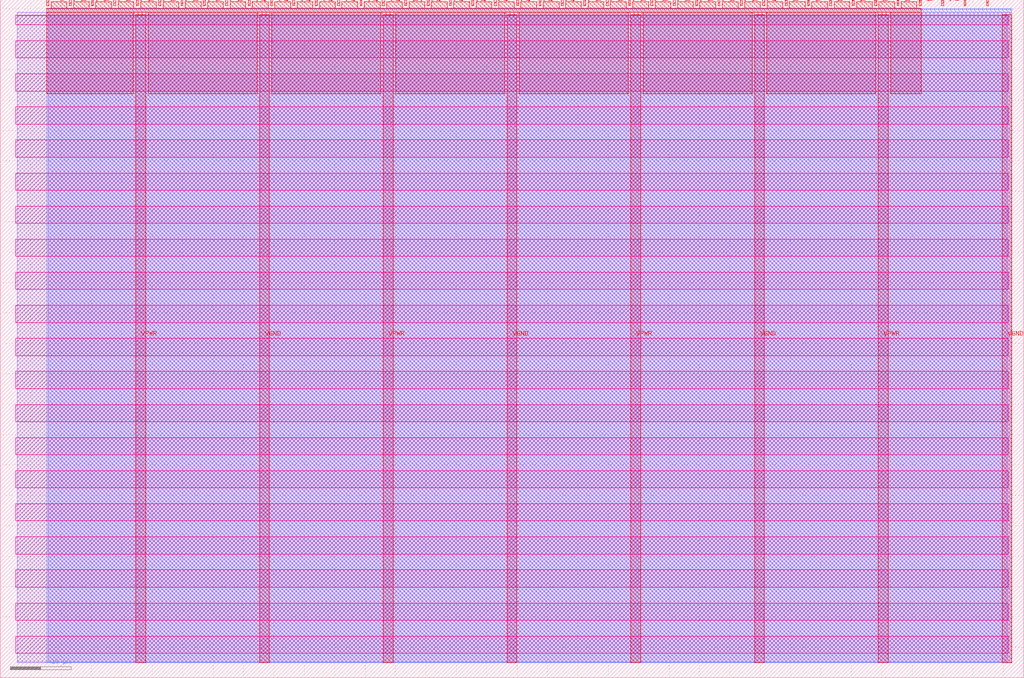
<source format=lef>
VERSION 5.7 ;
  NOWIREEXTENSIONATPIN ON ;
  DIVIDERCHAR "/" ;
  BUSBITCHARS "[]" ;
MACRO tt_um_loopback
  CLASS BLOCK ;
  FOREIGN tt_um_loopback ;
  ORIGIN 0.000 0.000 ;
  SIZE 168.360 BY 111.520 ;
  PIN VGND
    DIRECTION INOUT ;
    USE GROUND ;
    PORT
      LAYER met4 ;
        RECT 42.670 2.480 44.270 109.040 ;
    END
    PORT
      LAYER met4 ;
        RECT 83.380 2.480 84.980 109.040 ;
    END
    PORT
      LAYER met4 ;
        RECT 124.090 2.480 125.690 109.040 ;
    END
    PORT
      LAYER met4 ;
        RECT 164.800 2.480 166.400 109.040 ;
    END
  END VGND
  PIN VPWR
    DIRECTION INOUT ;
    USE POWER ;
    PORT
      LAYER met4 ;
        RECT 22.315 2.480 23.915 109.040 ;
    END
    PORT
      LAYER met4 ;
        RECT 63.025 2.480 64.625 109.040 ;
    END
    PORT
      LAYER met4 ;
        RECT 103.735 2.480 105.335 109.040 ;
    END
    PORT
      LAYER met4 ;
        RECT 144.445 2.480 146.045 109.040 ;
    END
  END VPWR
  PIN clk
    DIRECTION INPUT ;
    USE SIGNAL ;
    PORT
      LAYER met4 ;
        RECT 158.550 110.520 158.850 111.520 ;
    END
  END clk
  PIN ena
    DIRECTION INPUT ;
    USE SIGNAL ;
    PORT
      LAYER met4 ;
        RECT 162.230 110.520 162.530 111.520 ;
    END
  END ena
  PIN rst_n
    DIRECTION INPUT ;
    USE SIGNAL ;
    PORT
      LAYER met4 ;
        RECT 154.870 110.520 155.170 111.520 ;
    END
  END rst_n
  PIN ui_in[0]
    DIRECTION INPUT ;
    USE SIGNAL ;
    ANTENNAGATEAREA 0.213000 ;
    PORT
      LAYER met4 ;
        RECT 151.190 110.520 151.490 111.520 ;
    END
  END ui_in[0]
  PIN ui_in[1]
    DIRECTION INPUT ;
    USE SIGNAL ;
    PORT
      LAYER met4 ;
        RECT 147.510 110.520 147.810 111.520 ;
    END
  END ui_in[1]
  PIN ui_in[2]
    DIRECTION INPUT ;
    USE SIGNAL ;
    PORT
      LAYER met4 ;
        RECT 143.830 110.520 144.130 111.520 ;
    END
  END ui_in[2]
  PIN ui_in[3]
    DIRECTION INPUT ;
    USE SIGNAL ;
    PORT
      LAYER met4 ;
        RECT 140.150 110.520 140.450 111.520 ;
    END
  END ui_in[3]
  PIN ui_in[4]
    DIRECTION INPUT ;
    USE SIGNAL ;
    ANTENNAGATEAREA 0.196500 ;
    PORT
      LAYER met4 ;
        RECT 136.470 110.520 136.770 111.520 ;
    END
  END ui_in[4]
  PIN ui_in[5]
    DIRECTION INPUT ;
    USE SIGNAL ;
    ANTENNAGATEAREA 0.196500 ;
    PORT
      LAYER met4 ;
        RECT 132.790 110.520 133.090 111.520 ;
    END
  END ui_in[5]
  PIN ui_in[6]
    DIRECTION INPUT ;
    USE SIGNAL ;
    ANTENNAGATEAREA 0.196500 ;
    PORT
      LAYER met4 ;
        RECT 129.110 110.520 129.410 111.520 ;
    END
  END ui_in[6]
  PIN ui_in[7]
    DIRECTION INPUT ;
    USE SIGNAL ;
    ANTENNAGATEAREA 0.196500 ;
    PORT
      LAYER met4 ;
        RECT 125.430 110.520 125.730 111.520 ;
    END
  END ui_in[7]
  PIN uio_in[0]
    DIRECTION INPUT ;
    USE SIGNAL ;
    PORT
      LAYER met4 ;
        RECT 121.750 110.520 122.050 111.520 ;
    END
  END uio_in[0]
  PIN uio_in[1]
    DIRECTION INPUT ;
    USE SIGNAL ;
    PORT
      LAYER met4 ;
        RECT 118.070 110.520 118.370 111.520 ;
    END
  END uio_in[1]
  PIN uio_in[2]
    DIRECTION INPUT ;
    USE SIGNAL ;
    PORT
      LAYER met4 ;
        RECT 114.390 110.520 114.690 111.520 ;
    END
  END uio_in[2]
  PIN uio_in[3]
    DIRECTION INPUT ;
    USE SIGNAL ;
    PORT
      LAYER met4 ;
        RECT 110.710 110.520 111.010 111.520 ;
    END
  END uio_in[3]
  PIN uio_in[4]
    DIRECTION INPUT ;
    USE SIGNAL ;
    PORT
      LAYER met4 ;
        RECT 107.030 110.520 107.330 111.520 ;
    END
  END uio_in[4]
  PIN uio_in[5]
    DIRECTION INPUT ;
    USE SIGNAL ;
    PORT
      LAYER met4 ;
        RECT 103.350 110.520 103.650 111.520 ;
    END
  END uio_in[5]
  PIN uio_in[6]
    DIRECTION INPUT ;
    USE SIGNAL ;
    PORT
      LAYER met4 ;
        RECT 99.670 110.520 99.970 111.520 ;
    END
  END uio_in[6]
  PIN uio_in[7]
    DIRECTION INPUT ;
    USE SIGNAL ;
    PORT
      LAYER met4 ;
        RECT 95.990 110.520 96.290 111.520 ;
    END
  END uio_in[7]
  PIN uio_oe[0]
    DIRECTION OUTPUT TRISTATE ;
    USE SIGNAL ;
    PORT
      LAYER met4 ;
        RECT 33.430 110.520 33.730 111.520 ;
    END
  END uio_oe[0]
  PIN uio_oe[1]
    DIRECTION OUTPUT TRISTATE ;
    USE SIGNAL ;
    PORT
      LAYER met4 ;
        RECT 29.750 110.520 30.050 111.520 ;
    END
  END uio_oe[1]
  PIN uio_oe[2]
    DIRECTION OUTPUT TRISTATE ;
    USE SIGNAL ;
    PORT
      LAYER met4 ;
        RECT 26.070 110.520 26.370 111.520 ;
    END
  END uio_oe[2]
  PIN uio_oe[3]
    DIRECTION OUTPUT TRISTATE ;
    USE SIGNAL ;
    PORT
      LAYER met4 ;
        RECT 22.390 110.520 22.690 111.520 ;
    END
  END uio_oe[3]
  PIN uio_oe[4]
    DIRECTION OUTPUT TRISTATE ;
    USE SIGNAL ;
    PORT
      LAYER met4 ;
        RECT 18.710 110.520 19.010 111.520 ;
    END
  END uio_oe[4]
  PIN uio_oe[5]
    DIRECTION OUTPUT TRISTATE ;
    USE SIGNAL ;
    PORT
      LAYER met4 ;
        RECT 15.030 110.520 15.330 111.520 ;
    END
  END uio_oe[5]
  PIN uio_oe[6]
    DIRECTION OUTPUT TRISTATE ;
    USE SIGNAL ;
    PORT
      LAYER met4 ;
        RECT 11.350 110.520 11.650 111.520 ;
    END
  END uio_oe[6]
  PIN uio_oe[7]
    DIRECTION OUTPUT TRISTATE ;
    USE SIGNAL ;
    PORT
      LAYER met4 ;
        RECT 7.670 110.520 7.970 111.520 ;
    END
  END uio_oe[7]
  PIN uio_out[0]
    DIRECTION OUTPUT TRISTATE ;
    USE SIGNAL ;
    PORT
      LAYER met4 ;
        RECT 62.870 110.520 63.170 111.520 ;
    END
  END uio_out[0]
  PIN uio_out[1]
    DIRECTION OUTPUT TRISTATE ;
    USE SIGNAL ;
    PORT
      LAYER met4 ;
        RECT 59.190 110.520 59.490 111.520 ;
    END
  END uio_out[1]
  PIN uio_out[2]
    DIRECTION OUTPUT TRISTATE ;
    USE SIGNAL ;
    PORT
      LAYER met4 ;
        RECT 55.510 110.520 55.810 111.520 ;
    END
  END uio_out[2]
  PIN uio_out[3]
    DIRECTION OUTPUT TRISTATE ;
    USE SIGNAL ;
    PORT
      LAYER met4 ;
        RECT 51.830 110.520 52.130 111.520 ;
    END
  END uio_out[3]
  PIN uio_out[4]
    DIRECTION OUTPUT TRISTATE ;
    USE SIGNAL ;
    PORT
      LAYER met4 ;
        RECT 48.150 110.520 48.450 111.520 ;
    END
  END uio_out[4]
  PIN uio_out[5]
    DIRECTION OUTPUT TRISTATE ;
    USE SIGNAL ;
    PORT
      LAYER met4 ;
        RECT 44.470 110.520 44.770 111.520 ;
    END
  END uio_out[5]
  PIN uio_out[6]
    DIRECTION OUTPUT TRISTATE ;
    USE SIGNAL ;
    PORT
      LAYER met4 ;
        RECT 40.790 110.520 41.090 111.520 ;
    END
  END uio_out[6]
  PIN uio_out[7]
    DIRECTION OUTPUT TRISTATE ;
    USE SIGNAL ;
    PORT
      LAYER met4 ;
        RECT 37.110 110.520 37.410 111.520 ;
    END
  END uio_out[7]
  PIN uo_out[0]
    DIRECTION OUTPUT TRISTATE ;
    USE SIGNAL ;
    ANTENNADIFFAREA 0.445500 ;
    PORT
      LAYER met4 ;
        RECT 92.310 110.520 92.610 111.520 ;
    END
  END uo_out[0]
  PIN uo_out[1]
    DIRECTION OUTPUT TRISTATE ;
    USE SIGNAL ;
    ANTENNADIFFAREA 0.445500 ;
    PORT
      LAYER met4 ;
        RECT 88.630 110.520 88.930 111.520 ;
    END
  END uo_out[1]
  PIN uo_out[2]
    DIRECTION OUTPUT TRISTATE ;
    USE SIGNAL ;
    ANTENNADIFFAREA 0.445500 ;
    PORT
      LAYER met4 ;
        RECT 84.950 110.520 85.250 111.520 ;
    END
  END uo_out[2]
  PIN uo_out[3]
    DIRECTION OUTPUT TRISTATE ;
    USE SIGNAL ;
    ANTENNADIFFAREA 0.445500 ;
    PORT
      LAYER met4 ;
        RECT 81.270 110.520 81.570 111.520 ;
    END
  END uo_out[3]
  PIN uo_out[4]
    DIRECTION OUTPUT TRISTATE ;
    USE SIGNAL ;
    ANTENNADIFFAREA 0.445500 ;
    PORT
      LAYER met4 ;
        RECT 77.590 110.520 77.890 111.520 ;
    END
  END uo_out[4]
  PIN uo_out[5]
    DIRECTION OUTPUT TRISTATE ;
    USE SIGNAL ;
    ANTENNADIFFAREA 0.445500 ;
    PORT
      LAYER met4 ;
        RECT 73.910 110.520 74.210 111.520 ;
    END
  END uo_out[5]
  PIN uo_out[6]
    DIRECTION OUTPUT TRISTATE ;
    USE SIGNAL ;
    ANTENNADIFFAREA 0.445500 ;
    PORT
      LAYER met4 ;
        RECT 70.230 110.520 70.530 111.520 ;
    END
  END uo_out[6]
  PIN uo_out[7]
    DIRECTION OUTPUT TRISTATE ;
    USE SIGNAL ;
    ANTENNADIFFAREA 0.795200 ;
    PORT
      LAYER met4 ;
        RECT 66.550 110.520 66.850 111.520 ;
    END
  END uo_out[7]
  OBS
      LAYER nwell ;
        RECT 2.570 107.385 165.790 108.990 ;
        RECT 2.570 101.945 165.790 104.775 ;
        RECT 2.570 96.505 165.790 99.335 ;
        RECT 2.570 91.065 165.790 93.895 ;
        RECT 2.570 85.625 165.790 88.455 ;
        RECT 2.570 80.185 165.790 83.015 ;
        RECT 2.570 74.745 165.790 77.575 ;
        RECT 2.570 69.305 165.790 72.135 ;
        RECT 2.570 63.865 165.790 66.695 ;
        RECT 2.570 58.425 165.790 61.255 ;
        RECT 2.570 52.985 165.790 55.815 ;
        RECT 2.570 47.545 165.790 50.375 ;
        RECT 2.570 42.105 165.790 44.935 ;
        RECT 2.570 36.665 165.790 39.495 ;
        RECT 2.570 31.225 165.790 34.055 ;
        RECT 2.570 25.785 165.790 28.615 ;
        RECT 2.570 20.345 165.790 23.175 ;
        RECT 2.570 14.905 165.790 17.735 ;
        RECT 2.570 9.465 165.790 12.295 ;
        RECT 2.570 4.025 165.790 6.855 ;
      LAYER li1 ;
        RECT 2.760 2.635 165.600 108.885 ;
      LAYER met1 ;
        RECT 2.760 2.480 166.400 109.440 ;
      LAYER met2 ;
        RECT 7.910 2.535 166.370 110.005 ;
      LAYER met3 ;
        RECT 7.630 2.555 166.390 109.985 ;
      LAYER met4 ;
        RECT 8.370 110.120 10.950 111.170 ;
        RECT 12.050 110.120 14.630 111.170 ;
        RECT 15.730 110.120 18.310 111.170 ;
        RECT 19.410 110.120 21.990 111.170 ;
        RECT 23.090 110.120 25.670 111.170 ;
        RECT 26.770 110.120 29.350 111.170 ;
        RECT 30.450 110.120 33.030 111.170 ;
        RECT 34.130 110.120 36.710 111.170 ;
        RECT 37.810 110.120 40.390 111.170 ;
        RECT 41.490 110.120 44.070 111.170 ;
        RECT 45.170 110.120 47.750 111.170 ;
        RECT 48.850 110.120 51.430 111.170 ;
        RECT 52.530 110.120 55.110 111.170 ;
        RECT 56.210 110.120 58.790 111.170 ;
        RECT 59.890 110.120 62.470 111.170 ;
        RECT 63.570 110.120 66.150 111.170 ;
        RECT 67.250 110.120 69.830 111.170 ;
        RECT 70.930 110.120 73.510 111.170 ;
        RECT 74.610 110.120 77.190 111.170 ;
        RECT 78.290 110.120 80.870 111.170 ;
        RECT 81.970 110.120 84.550 111.170 ;
        RECT 85.650 110.120 88.230 111.170 ;
        RECT 89.330 110.120 91.910 111.170 ;
        RECT 93.010 110.120 95.590 111.170 ;
        RECT 96.690 110.120 99.270 111.170 ;
        RECT 100.370 110.120 102.950 111.170 ;
        RECT 104.050 110.120 106.630 111.170 ;
        RECT 107.730 110.120 110.310 111.170 ;
        RECT 111.410 110.120 113.990 111.170 ;
        RECT 115.090 110.120 117.670 111.170 ;
        RECT 118.770 110.120 121.350 111.170 ;
        RECT 122.450 110.120 125.030 111.170 ;
        RECT 126.130 110.120 128.710 111.170 ;
        RECT 129.810 110.120 132.390 111.170 ;
        RECT 133.490 110.120 136.070 111.170 ;
        RECT 137.170 110.120 139.750 111.170 ;
        RECT 140.850 110.120 143.430 111.170 ;
        RECT 144.530 110.120 147.110 111.170 ;
        RECT 148.210 110.120 150.790 111.170 ;
        RECT 7.655 109.440 151.505 110.120 ;
        RECT 7.655 96.055 21.915 109.440 ;
        RECT 24.315 96.055 42.270 109.440 ;
        RECT 44.670 96.055 62.625 109.440 ;
        RECT 65.025 96.055 82.980 109.440 ;
        RECT 85.380 96.055 103.335 109.440 ;
        RECT 105.735 96.055 123.690 109.440 ;
        RECT 126.090 96.055 144.045 109.440 ;
        RECT 146.445 96.055 151.505 109.440 ;
  END
END tt_um_loopback
END LIBRARY


</source>
